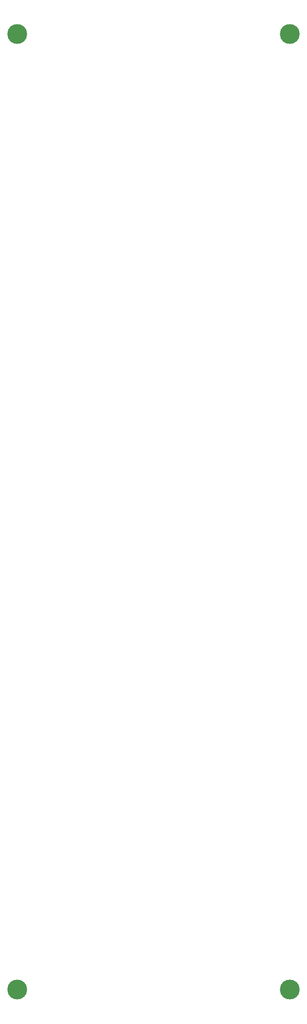
<source format=gbr>
%TF.GenerationSoftware,KiCad,Pcbnew,8.0.1*%
%TF.CreationDate,2024-03-17T17:03:55+00:00*%
%TF.ProjectId,ToastedBreadBoard128,546f6173-7465-4644-9272-656164426f61,rev?*%
%TF.SameCoordinates,Original*%
%TF.FileFunction,Paste,Top*%
%TF.FilePolarity,Positive*%
%FSLAX46Y46*%
G04 Gerber Fmt 4.6, Leading zero omitted, Abs format (unit mm)*
G04 Created by KiCad (PCBNEW 8.0.1) date 2024-03-17 17:03:55*
%MOMM*%
%LPD*%
G01*
G04 APERTURE LIST*
%ADD10C,3.500000*%
G04 APERTURE END LIST*
D10*
%TO.C,H3*%
X152400000Y-194310000D03*
%TD*%
%TO.C,H1*%
X104140000Y-25400000D03*
%TD*%
%TO.C,H4*%
X104140000Y-194310000D03*
%TD*%
%TO.C,H2*%
X152400000Y-25400000D03*
%TD*%
M02*

</source>
